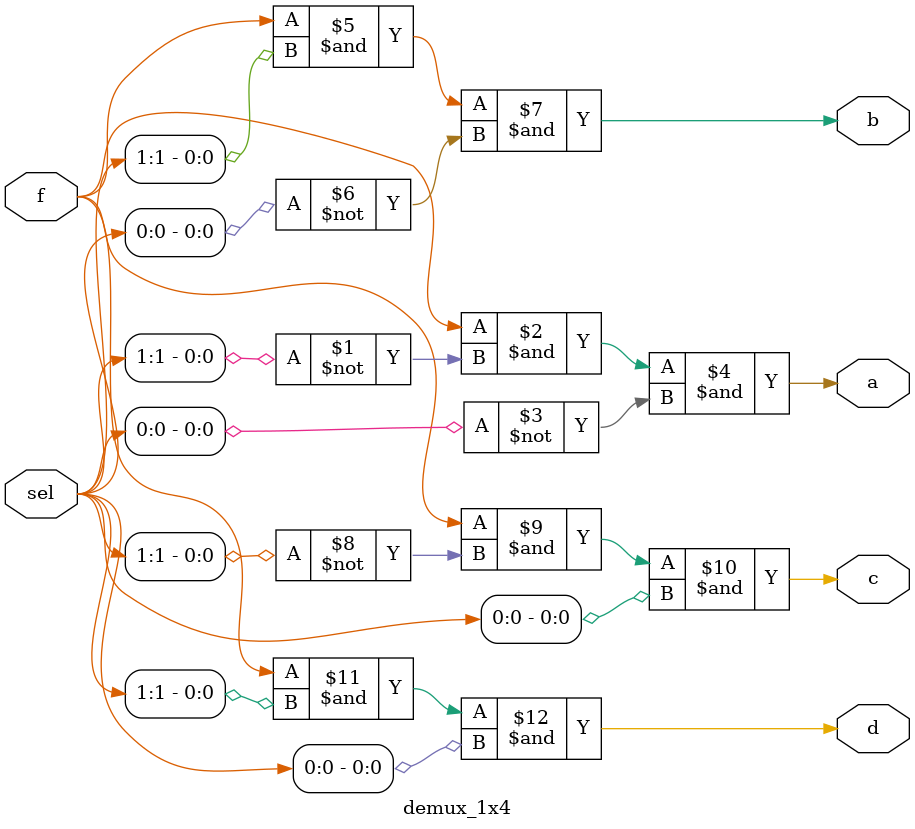
<source format=sv>
`timescale 1ns / 1ps


module demux_1x4(
    
    input logic f,
    input logic [1:0]sel,
    output logic a,b,c,d
    );
    
    assign a = f & ~sel[1] & ~sel[0];
	assign b = f & sel[1] & ~sel[0];
	assign c = f & ~sel[1] & sel[0];
	assign d = f & sel[1] & sel[0];
endmodule

</source>
